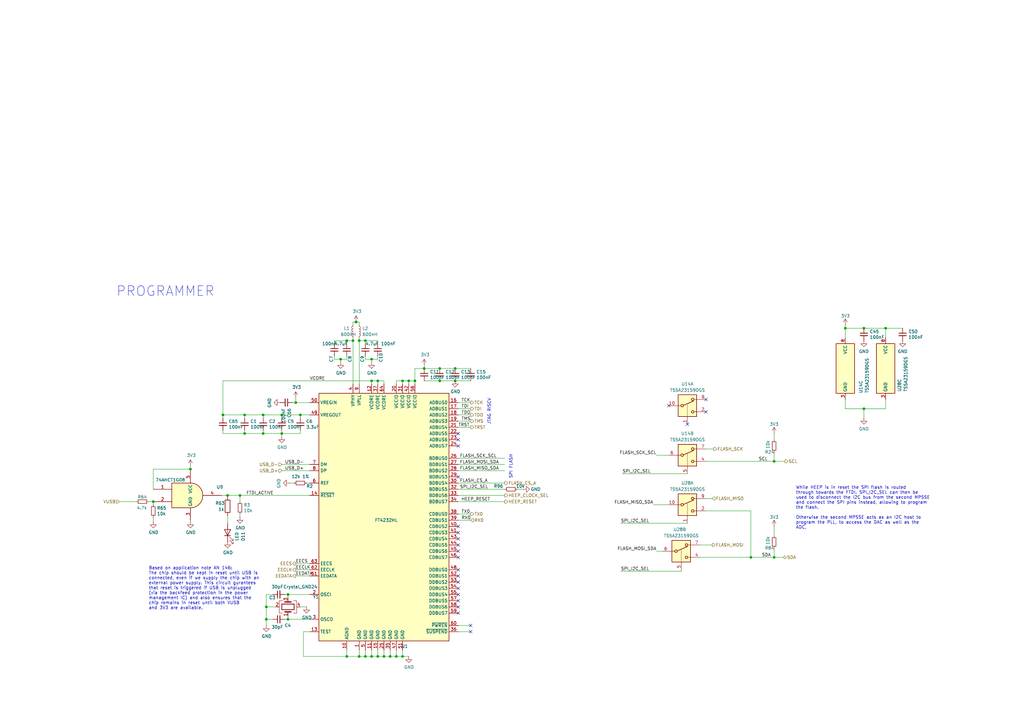
<source format=kicad_sch>
(kicad_sch (version 20250114) (generator "eeschema") (generator_version "9.0")
  (paper "A3")
  (title_block (title "Heepocrates Testing Board (HTB)") (company "Embedded Systems Laboratory") (comment 1 "Jose Miranda & Christoph Müller 2023"))
  (lib_symbols
    (symbol "74xGxx:74AHCT1G08"
      (property "Reference" "U" (at -2.54 3.81 0))
      (property "Value" "74AHCT1G08" (at 0 -3.81 0))
      (symbol "74AHCT1G08_0_1"
        (arc (start 0 5.08) (mid 5.0579 0) (end 0 -5.08) (stroke (width 0.254)) (fill (type background)))
        (polyline (pts (xy 0 -5.08) (xy -7.62 -5.08) (xy -7.62 5.08) (xy 0 5.08)) (stroke (width 0.254)) (fill (type background)))
      )
      (symbol "74AHCT1G08_1_1"
        (pin input line (at -15.24 2.54 0) (length 7.62) (name "~") (number "1"))
        (pin input line (at -15.24 -2.54 0) (length 7.62) (name "~") (number "2"))
        (pin power_in line (at 0 10.16 270) (length 5.08) (name "VCC") (number "5"))
        (pin power_in line (at 0 -10.16 90) (length 5.08) (name "GND") (number "3"))
        (pin output line (at 12.7 0 180) (length 7.62) (name "~") (number "4"))
      )
    )
    (symbol "Analog_Switch:TS5A23159DGS"
      (property "Reference" "U" (at -5.08 8.89 0))
      (property "Value" "TS5A23159DGS" (at -5.08 6.985 0))
      (symbol "TS5A23159DGS_1_1"
        (polyline (pts (xy -5.08 0) (xy -2.794 0)))
        (rectangle (start -3.81 4.445) (end 3.81 -4.445) (stroke (width 0.254)) (fill (type background)))
        (circle (center -2.159 0) (radius 0.508) (stroke (width 0.254)))
        (polyline (pts (xy -1.651 0.127) (xy 2.54 1.905)) (stroke (width 0.254)))
        (polyline (pts (xy 0 0.254) (xy 0 0.508)))
        (polyline (pts (xy 0 -0.254) (xy 0 0)))
        (polyline (pts (xy 0 -0.762) (xy 0 -0.508)))
        (polyline (pts (xy 0 -1.27) (xy 0 -1.016)))
        (polyline (pts (xy 0 -1.778) (xy 0 -1.524)))
        (polyline (pts (xy 0 -2.286) (xy 0 -2.032)))
        (polyline (pts (xy 0 -2.794) (xy 0 -2.54)))
        (polyline (pts (xy 0 -3.302) (xy 0 -3.048)))
        (polyline (pts (xy 0 -3.81) (xy 0 -3.556)))
        (polyline (pts (xy 0 -4.318) (xy 0 -4.064)))
        (polyline (pts (xy 0 -5.08) (xy 0 -4.572)))
        (circle (center 2.159 2.54) (radius 0.508) (stroke (width 0.254)))
        (circle (center 2.159 -2.54) (radius 0.508) (stroke (width 0.254)))
        (polyline (pts (xy 5.08 2.54) (xy 2.794 2.54)))
        (polyline (pts (xy 5.08 -2.54) (xy 2.794 -2.54)))
        (pin passive line (at -7.62 0 0) (length 2.54) (name "~") (number "10"))
        (pin input line (at 0 -7.62 90) (length 2.54) (name "~") (number "1"))
        (pin passive line (at 7.62 2.54 180) (length 2.54) (name "~") (number "9"))
        (pin passive line (at 7.62 -2.54 180) (length 2.54) (name "~") (number "2"))
      )
      (symbol "TS5A23159DGS_2_1"
        (polyline (pts (xy -5.08 0) (xy -2.794 0)))
        (rectangle (start -3.81 4.445) (end 3.81 -4.445) (stroke (width 0.254)) (fill (type background)))
        (circle (center -2.159 0) (radius 0.508) (stroke (width 0.254)))
        (polyline (pts (xy -1.651 0.127) (xy 2.54 1.905)) (stroke (width 0.254)))
        (polyline (pts (xy 0 0.254) (xy 0 0.508)))
        (polyline (pts (xy 0 -0.254) (xy 0 0)))
        (polyline (pts (xy 0 -0.762) (xy 0 -0.508)))
        (polyline (pts (xy 0 -1.27) (xy 0 -1.016)))
        (polyline (pts (xy 0 -1.778) (xy 0 -1.524)))
        (polyline (pts (xy 0 -2.286) (xy 0 -2.032)))
        (polyline (pts (xy 0 -2.794) (xy 0 -2.54)))
        (polyline (pts (xy 0 -3.302) (xy 0 -3.048)))
        (polyline (pts (xy 0 -3.81) (xy 0 -3.556)))
        (polyline (pts (xy 0 -4.318) (xy 0 -4.064)))
        (polyline (pts (xy 0 -5.08) (xy 0 -4.572)))
        (circle (center 2.159 2.54) (radius 0.508) (stroke (width 0.254)))
        (circle (center 2.159 -2.54) (radius 0.508) (stroke (width 0.254)))
        (polyline (pts (xy 5.08 2.54) (xy 2.794 2.54)))
        (polyline (pts (xy 5.08 -2.54) (xy 2.794 -2.54)))
        (pin passive line (at -7.62 0 0) (length 2.54) (name "~") (number "6"))
        (pin input line (at 0 -7.62 90) (length 2.54) (name "~") (number "5"))
        (pin passive line (at 7.62 2.54 180) (length 2.54) (name "~") (number "7"))
        (pin passive line (at 7.62 -2.54 180) (length 2.54) (name "~") (number "4"))
      )
      (symbol "TS5A23159DGS_3_1"
        (rectangle (start -3.81 10.16) (end 3.81 -10.16) (stroke (width 0.254)) (fill (type background)))
        (pin power_in line (at 0 12.7 270) (length 2.54) (name "VCC") (number "8"))
        (pin power_in line (at 0 -12.7 90) (length 2.54) (name "GND") (number "3"))
      )
    )
    (symbol "Device:C_Small" (pin_numbers (hide yes)) (pin_names (offset 0.254) (hide yes))
      (property "Reference" "C" (at 0.254 1.778 0))
      (property "Value" "C_Small" (at 0.254 -2.032 0))
      (symbol "C_Small_0_1"
        (polyline (pts (xy -1.524 0.508) (xy 1.524 0.508)) (stroke (width 0.3048)))
        (polyline (pts (xy -1.524 -0.508) (xy 1.524 -0.508)) (stroke (width 0.3302)))
      )
      (symbol "C_Small_1_1"
        (pin passive line (at 0 2.54 270) (length 2.032) (name "~") (number "1"))
        (pin passive line (at 0 -2.54 90) (length 2.032) (name "~") (number "2"))
      )
    )
    (symbol "Device:Crystal_GND24" (pin_names (offset 1.016) (hide yes))
      (property "Reference" "Y" (at 3.175 5.08 0))
      (property "Value" "Crystal_GND24" (at 3.175 3.175 0))
      (symbol "Crystal_GND24_0_1"
        (polyline (pts (xy -2.54 2.286) (xy -2.54 3.556) (xy 2.54 3.556) (xy 2.54 2.286)))
        (polyline (pts (xy -2.54 0) (xy -2.032 0)))
        (polyline (pts (xy -2.54 -2.286) (xy -2.54 -3.556) (xy 2.54 -3.556) (xy 2.54 -2.286)))
        (polyline (pts (xy -2.032 -1.27) (xy -2.032 1.27)) (stroke (width 0.508)))
        (rectangle (start -1.143 2.54) (end 1.143 -2.54) (stroke (width 0.3048)))
        (polyline (pts (xy 0 3.556) (xy 0 3.81)))
        (polyline (pts (xy 0 -3.81) (xy 0 -3.556)))
        (polyline (pts (xy 2.032 0) (xy 2.54 0)))
        (polyline (pts (xy 2.032 -1.27) (xy 2.032 1.27)) (stroke (width 0.508)))
      )
      (symbol "Crystal_GND24_1_1"
        (pin passive line (at -3.81 0 0) (length 1.27) (name "1") (number "1"))
        (pin passive line (at 0 5.08 270) (length 1.27) (name "2") (number "2"))
        (pin passive line (at 0 -5.08 90) (length 1.27) (name "4") (number "4"))
        (pin passive line (at 3.81 0 180) (length 1.27) (name "3") (number "3"))
      )
    )
    (symbol "Device:LED" (pin_numbers (hide yes)) (pin_names (offset 1.016) (hide yes))
      (property "Reference" "D" (at 0 2.54 0))
      (property "Value" "LED" (at 0 -2.54 0))
      (symbol "LED_0_1"
        (polyline (pts (xy -3.048 -0.762) (xy -4.572 -2.286) (xy -3.81 -2.286) (xy -4.572 -2.286) (xy -4.572 -1.524)))
        (polyline (pts (xy -1.778 -0.762) (xy -3.302 -2.286) (xy -2.54 -2.286) (xy -3.302 -2.286) (xy -3.302 -1.524)))
        (polyline (pts (xy -1.27 0) (xy 1.27 0)))
        (polyline (pts (xy -1.27 -1.27) (xy -1.27 1.27)) (stroke (width 0.254)))
        (polyline (pts (xy 1.27 -1.27) (xy 1.27 1.27) (xy -1.27 0) (xy 1.27 -1.27)) (stroke (width 0.254)))
      )
      (symbol "LED_1_1"
        (pin passive line (at -3.81 0 0) (length 2.54) (name "K") (number "1"))
        (pin passive line (at 3.81 0 180) (length 2.54) (name "A") (number "2"))
      )
    )
    (symbol "Device:L_Small" (pin_numbers (hide yes)) (pin_names (offset 0.254) (hide yes))
      (property "Reference" "L" (at 0.762 1.016 0))
      (property "Value" "L_Small" (at 0.762 -1.016 0))
      (symbol "L_Small_0_1"
        (arc (start 0 2.032) (mid 0.5058 1.524) (end 0 1.016))
        (arc (start 0 1.016) (mid 0.5058 0.508) (end 0 0))
        (arc (start 0 0) (mid 0.5058 -0.508) (end 0 -1.016))
        (arc (start 0 -1.016) (mid 0.5058 -1.524) (end 0 -2.032))
      )
      (symbol "L_Small_1_1"
        (pin passive line (at 0 2.54 270) (length 0.508) (name "~") (number "1"))
        (pin passive line (at 0 -2.54 90) (length 0.508) (name "~") (number "2"))
      )
    )
    (symbol "Device:R" (pin_numbers (hide yes)) (pin_names (offset 0))
      (property "Reference" "R" (at 2.032 0 90))
      (property "Value" "R" (at 0 0 90))
      (symbol "R_0_1"
        (rectangle (start -1.016 -2.54) (end 1.016 2.54) (stroke (width 0.254)))
      )
      (symbol "R_1_1"
        (pin passive line (at 0 3.81 270) (length 1.27) (name "~") (number "1"))
        (pin passive line (at 0 -3.81 90) (length 1.27) (name "~") (number "2"))
      )
    )
    (symbol "Device:R_Small" (pin_numbers (hide yes)) (pin_names (offset 0.254) (hide yes))
      (property "Reference" "R" (at 0.762 0.508 0))
      (property "Value" "R_Small" (at 0.762 -1.016 0))
      (symbol "R_Small_0_1"
        (rectangle (start -0.762 1.778) (end 0.762 -1.778) (stroke (width 0.2032)))
      )
      (symbol "R_Small_1_1"
        (pin passive line (at 0 2.54 270) (length 0.762) (name "~") (number "1"))
        (pin passive line (at 0 -2.54 90) (length 0.762) (name "~") (number "2"))
      )
    )
    (symbol "HTB-lib:FT4232H"
      (property "Reference" "U" (at -26.67 53.34 0))
      (property "Value" "FT4232H" (at 19.05 53.34 0))
      (symbol "FT4232H_0_1"
        (rectangle (start -26.67 -49.53) (end 26.67 52.07) (stroke (width 0.254)) (fill (type background)))
      )
      (symbol "FT4232H_1_1"
        (pin power_in line (at -30.48 48.26 0) (length 3.81) (name "VREGIN") (number "50"))
        (pin power_out line (at -30.48 43.18 0) (length 3.81) (name "VREGOUT") (number "49"))
        (pin bidirectional line (at -30.48 22.86 0) (length 3.81) (name "DM") (number "7"))
        (pin bidirectional line (at -30.48 20.32 0) (length 3.81) (name "DP") (number "8"))
        (pin input line (at -30.48 15.24 0) (length 3.81) (name "REF") (number "6"))
        (pin input line (at -30.48 10.16 0) (length 3.81) (name "~{RESET}") (number "14"))
        (pin output line (at -30.48 -17.78 0) (length 3.81) (name "EECS") (number "63"))
        (pin output line (at -30.48 -20.32 0) (length 3.81) (name "EECLK") (number "62"))
        (pin bidirectional line (at -30.48 -22.86 0) (length 3.81) (name "EEDATA") (number "61"))
        (pin input line (at -30.48 -30.48 0) (length 3.81) (name "OSCI") (number "2"))
        (pin output line (at -30.48 -40.64 0) (length 3.81) (name "OSCO") (number "3"))
        (pin input line (at -30.48 -45.72 0) (length 3.81) (name "TEST") (number "13"))
        (pin power_in line (at -15.24 -53.34 90) (length 3.81) (name "AGND") (number "10"))
        (pin power_in line (at -12.7 55.88 270) (length 3.81) (name "VPHY") (number "4"))
        (pin power_in line (at -10.16 55.88 270) (length 3.81) (name "VPLL") (number "9"))
        (pin power_in line (at -10.16 -53.34 90) (length 3.81) (name "GND") (number "1"))
        (pin power_in line (at -7.62 -53.34 90) (length 3.81) (name "GND") (number "5"))
        (pin power_in line (at -5.08 55.88 270) (length 3.81) (name "VCORE") (number "12"))
        (pin power_in line (at -5.08 -53.34 90) (length 3.81) (name "GND") (number "11"))
        (pin power_in line (at -2.54 55.88 270) (length 3.81) (name "VCORE") (number "37"))
        (pin power_in line (at -2.54 -53.34 90) (length 3.81) (name "GND") (number "15"))
        (pin power_in line (at 0 55.88 270) (length 3.81) (name "VCORE") (number "64"))
        (pin power_in line (at 0 -53.34 90) (length 3.81) (name "GND") (number "25"))
        (pin power_in line (at 2.54 -53.34 90) (length 3.81) (name "GND") (number "35"))
        (pin power_in line (at 5.08 55.88 270) (length 3.81) (name "VCCIO") (number "20"))
        (pin power_in line (at 5.08 -53.34 90) (length 3.81) (name "GND") (number "47"))
        (pin power_in line (at 7.62 55.88 270) (length 3.81) (name "VCCIO") (number "31"))
        (pin power_in line (at 7.62 -53.34 90) (length 3.81) (name "GND") (number "51"))
        (pin power_in line (at 10.16 55.88 270) (length 3.81) (name "VCCIO") (number "42"))
        (pin power_in line (at 12.7 55.88 270) (length 3.81) (name "VCCIO") (number "56"))
        (pin bidirectional line (at 30.48 48.26 180) (length 3.81) (name "ADBUS0") (number "16"))
        (pin bidirectional line (at 30.48 45.72 180) (length 3.81) (name "ADBUS1") (number "17"))
        (pin bidirectional line (at 30.48 43.18 180) (length 3.81) (name "ADBUS2") (number "18"))
        (pin bidirectional line (at 30.48 40.64 180) (length 3.81) (name "ADBUS3") (number "19"))
        (pin bidirectional line (at 30.48 38.1 180) (length 3.81) (name "ADBUS4") (number "21"))
        (pin bidirectional line (at 30.48 35.56 180) (length 3.81) (name "ADBUS5") (number "22"))
        (pin bidirectional line (at 30.48 33.02 180) (length 3.81) (name "ADBUS6") (number "23"))
        (pin bidirectional line (at 30.48 30.48 180) (length 3.81) (name "ADBUS7") (number "24"))
        (pin bidirectional line (at 30.48 25.4 180) (length 3.81) (name "BDBUS0") (number "26"))
        (pin bidirectional line (at 30.48 22.86 180) (length 3.81) (name "BDBUS1") (number "27"))
        (pin bidirectional line (at 30.48 20.32 180) (length 3.81) (name "BDBUS2") (number "28"))
        (pin bidirectional line (at 30.48 17.78 180) (length 3.81) (name "BDBUS3") (number "29"))
        (pin bidirectional line (at 30.48 15.24 180) (length 3.81) (name "BDBUS4") (number "30"))
        (pin bidirectional line (at 30.48 12.7 180) (length 3.81) (name "BDBUS5") (number "32"))
        (pin bidirectional line (at 30.48 10.16 180) (length 3.81) (name "BDBUS6") (number "33"))
        (pin bidirectional line (at 30.48 7.62 180) (length 3.81) (name "BDBUS7") (number "34"))
        (pin bidirectional line (at 30.48 2.54 180) (length 3.81) (name "CDBUS0") (number "38"))
        (pin bidirectional line (at 30.48 0 180) (length 3.81) (name "CDBUS1") (number "39"))
        (pin bidirectional line (at 30.48 -2.54 180) (length 3.81) (name "CDBUS2") (number "40"))
        (pin bidirectional line (at 30.48 -5.08 180) (length 3.81) (name "CDBUS3") (number "41"))
        (pin bidirectional line (at 30.48 -7.62 180) (length 3.81) (name "CDBUS4") (number "43"))
        (pin bidirectional line (at 30.48 -10.16 180) (length 3.81) (name "CDBUS5") (number "44"))
        (pin bidirectional line (at 30.48 -12.7 180) (length 3.81) (name "CDBUS6") (number "45"))
        (pin bidirectional line (at 30.48 -15.24 180) (length 3.81) (name "CDBUS7") (number "46"))
        (pin bidirectional line (at 30.48 -20.32 180) (length 3.81) (name "DDBUS0") (number "48"))
        (pin bidirectional line (at 30.48 -22.86 180) (length 3.81) (name "DDBUS1") (number "52"))
        (pin bidirectional line (at 30.48 -25.4 180) (length 3.81) (name "DDBUS2") (number "53"))
        (pin bidirectional line (at 30.48 -27.94 180) (length 3.81) (name "DDBUS3") (number "54"))
        (pin bidirectional line (at 30.48 -30.48 180) (length 3.81) (name "DDBUS4") (number "55"))
        (pin bidirectional line (at 30.48 -33.02 180) (length 3.81) (name "DDBUS5") (number "57"))
        (pin bidirectional line (at 30.48 -35.56 180) (length 3.81) (name "DDBUS6") (number "58"))
        (pin bidirectional line (at 30.48 -38.1 180) (length 3.81) (name "DDBUS7") (number "59"))
        (pin output line (at 30.48 -43.18 180) (length 3.81) (name "~{PWREN}") (number "60"))
        (pin output line (at 30.48 -45.72 180) (length 3.81) (name "~{SUSPEND}") (number "36"))
      )
    )
    (symbol "power:+3.3V" (power) (pin_numbers (hide yes)) (pin_names (offset 0) (hide yes))
      (property "Value" "+3.3V" (at 0 3.556 0))
      (symbol "+3.3V_0_1"
        (polyline (pts (xy -0.762 1.27) (xy 0 2.54)))
        (polyline (pts (xy 0 2.54) (xy 0.762 1.27)))
        (polyline (pts (xy 0 0) (xy 0 2.54)))
      )
      (symbol "+3.3V_1_1"
        (pin power_in line (at 0 0 90) (length 0) (name "~") (number "1"))
      )
    )
    (symbol "power:GND" (power) (pin_numbers (hide yes)) (pin_names (offset 0) (hide yes))
      (property "Value" "GND" (at 0 -3.81 0))
      (symbol "GND_0_1"
        (polyline (pts (xy 0 0) (xy 0 -1.27) (xy 1.27 -1.27) (xy 0 -2.54) (xy -1.27 -1.27) (xy 0 -1.27)))
      )
      (symbol "GND_1_1"
        (pin power_in line (at 0 0 270) (length 0) (name "~") (number "1"))
      )
    )
  )
  (text "PROGRAMMER" (at 47.625 121.92 0) (effects (font (size 3.9878 3.9878)) (justify left bottom)))
  (text "JTAG RISCV" (at 201.422 174.244 90) (effects (font (size 1.27 1.27)) (justify left bottom)))
  (text "Based on application note AN 146:\nThe chip should be kept in reset until USB is \nconnected, even if we supply the chip with an \nexternal power supply. This circuit gurantees \nthat reset is triggered if USB is unplugged\n(via the backfeed protection in the power \nmanagement IC) and also ensures that the \nchip remains in reset until both VUSB \nand 3V3 are available." (at 60.96 250.19 0) (effects (font (size 1.27 1.27)) (justify left bottom)))
  (text "While HEEP is in reset the SPI flash is routed\nthrough towards the FTDI. SPI_I2C_SEL can then be \nused to disconnect the I2C bus from the second MPSSE\nand connect the SPI pins instead, allowing to program \nthe flash.\n\nOtherwise the second MPSSE acts as an I2C host to \nprogram the PLL, to access the DAC as well as the \nADC." (at 326.39 217.17 0) (effects (font (size 1.27 1.27)) (justify left bottom)))
  (text "SPI FLASH" (at 210.312 196.342 90) (effects (font (size 1.27 1.27)) (justify left bottom)))
  (junction (at 91.44 170.18))
  (junction (at 121.285 165.1))
  (junction (at 167.64 156.21))
  (junction (at 152.4 156.21))
  (junction (at 142.24 269.24))
  (junction (at 149.86 139.7))
  (junction (at 115.57 170.18))
  (junction (at 100.33 177.8))
  (junction (at 118.11 254))
  (junction (at 160.02 269.24))
  (junction (at 109.22 254))
  (junction (at 146.05 132.08))
  (junction (at 165.1 269.24))
  (junction (at 107.95 177.8))
  (junction (at 93.345 203.2))
  (junction (at 157.48 269.24))
  (junction (at 317.5 189.23))
  (junction (at 354.33 167.64))
  (junction (at 307.975 228.6))
  (junction (at 152.4 147.32))
  (junction (at 152.4 269.24))
  (junction (at 165.1 156.21))
  (junction (at 149.86 269.24))
  (junction (at 173.99 151.13))
  (junction (at 100.33 170.18))
  (junction (at 170.18 156.21))
  (junction (at 147.32 269.24))
  (junction (at 317.5 228.6))
  (junction (at 139.7 147.32))
  (junction (at 147.32 139.7))
  (junction (at 109.22 248.92))
  (junction (at 98.425 203.2))
  (junction (at 62.865 205.74))
  (junction (at 142.24 139.7))
  (junction (at 115.57 177.8))
  (junction (at 162.56 269.24))
  (junction (at 354.33 134.62))
  (junction (at 118.11 243.84))
  (junction (at 154.94 269.24))
  (junction (at 180.34 156.21))
  (junction (at 154.94 156.21))
  (junction (at 123.19 170.18))
  (junction (at 144.78 139.7))
  (junction (at 186.69 156.21))
  (junction (at 186.69 151.13))
  (junction (at 78.105 192.405))
  (junction (at 107.95 170.18))
  (junction (at 180.34 151.13))
  (junction (at 363.22 134.62))
  (junction (at 346.71 134.62))
  (no_connect (at 187.96 241.3))
  (no_connect (at 289.56 168.91))
  (no_connect (at 187.96 182.88))
  (no_connect (at 193.04 256.54))
  (no_connect (at 187.96 238.76))
  (no_connect (at 289.56 163.83))
  (no_connect (at 187.96 233.68))
  (no_connect (at 187.96 195.58))
  (no_connect (at 187.96 223.52))
  (no_connect (at 187.96 236.22))
  (no_connect (at 187.96 218.44))
  (no_connect (at 274.32 166.37))
  (no_connect (at 187.96 248.92))
  (no_connect (at 187.96 251.46))
  (no_connect (at 187.96 246.38))
  (no_connect (at 187.96 220.98))
  (no_connect (at 187.96 226.06))
  (no_connect (at 187.96 215.9))
  (no_connect (at 281.94 173.99))
  (no_connect (at 187.96 243.84))
  (no_connect (at 187.96 180.34))
  (no_connect (at 193.04 259.08))
  (no_connect (at 187.96 177.8))
  (no_connect (at 187.96 228.6))
  (wire (pts (xy 354.33 134.62) (xy 363.22 134.62)))
  (wire (pts (xy 120.015 165.1) (xy 121.285 165.1)))
  (wire (pts (xy 162.56 157.48) (xy 162.56 156.21)))
  (wire (pts (xy 147.32 132.08) (xy 147.32 133.35)))
  (wire (pts (xy 287.02 223.52) (xy 292.1 223.52)))
  (wire (pts (xy 100.33 177.8) (xy 91.44 177.8)))
  (wire (pts (xy 107.95 170.18) (xy 100.33 170.18)))
  (wire (pts (xy 142.24 269.24) (xy 147.32 269.24)))
  (wire (pts (xy 152.4 147.32) (xy 152.4 148.59)))
  (wire (pts (xy 147.32 139.7) (xy 147.32 157.48)))
  (wire (pts (xy 62.865 213.995) (xy 62.865 212.09)))
  (wire (pts (xy 109.22 248.92) (xy 109.22 254)))
  (wire (pts (xy 289.56 189.23) (xy 317.5 189.23)))
  (wire (pts (xy 354.33 167.64) (xy 354.33 171.45)))
  (wire (pts (xy 160.02 266.7) (xy 160.02 269.24)))
  (wire (pts (xy 123.19 248.92) (xy 125.73 248.92)))
  (wire (pts (xy 149.86 139.7) (xy 149.86 140.97)))
  (wire (pts (xy 109.22 248.92) (xy 113.03 248.92)))
  (wire (pts (xy 139.7 147.32) (xy 139.7 148.59)))
  (wire (pts (xy 193.04 172.72) (xy 187.96 172.72)))
  (wire (pts (xy 154.94 269.24) (xy 157.48 269.24)))
  (wire (pts (xy 127 170.18) (xy 123.19 170.18)))
  (wire (pts (xy 127 198.12) (xy 125.73 198.12)))
  (wire (pts (xy 147.32 269.24) (xy 149.86 269.24)))
  (wire (pts (xy 123.19 170.18) (xy 115.57 170.18)))
  (wire (pts (xy 173.99 156.21) (xy 180.34 156.21)))
  (wire (pts (xy 142.24 139.7) (xy 137.16 139.7)))
  (wire (pts (xy 187.96 203.2) (xy 207.01 203.2)))
  (wire (pts (xy 157.48 266.7) (xy 157.48 269.24)))
  (wire (pts (xy 187.96 190.5) (xy 207.01 190.5)))
  (wire (pts (xy 307.975 209.55) (xy 307.975 228.6)))
  (wire (pts (xy 144.78 132.08) (xy 144.78 133.35)))
  (wire (pts (xy 147.32 132.08) (xy 146.05 132.08)))
  (wire (pts (xy 187.96 187.96) (xy 207.01 187.96)))
  (wire (pts (xy 142.24 147.32) (xy 139.7 147.32)))
  (wire (pts (xy 98.425 212.09) (xy 98.425 210.82)))
  (wire (pts (xy 142.24 266.7) (xy 142.24 269.24)))
  (wire (pts (xy 267.97 207.01) (xy 274.32 207.01)))
  (wire (pts (xy 90.805 203.2) (xy 93.345 203.2)))
  (wire (pts (xy 165.1 269.24) (xy 167.64 269.24)))
  (wire (pts (xy 142.24 146.05) (xy 142.24 147.32)))
  (wire (pts (xy 317.5 215.9) (xy 317.5 219.71)))
  (wire (pts (xy 167.64 156.21) (xy 170.18 156.21)))
  (wire (pts (xy 269.24 186.69) (xy 274.32 186.69)))
  (wire (pts (xy 279.4 234.315) (xy 254.635 234.315)))
  (wire (pts (xy 123.19 177.8) (xy 115.57 177.8)))
  (wire (pts (xy 193.04 256.54) (xy 187.96 256.54)))
  (wire (pts (xy 78.105 191.135) (xy 78.105 192.405)))
  (wire (pts (xy 162.56 266.7) (xy 162.56 269.24)))
  (wire (pts (xy 180.34 156.21) (xy 186.69 156.21)))
  (wire (pts (xy 118.11 252.73) (xy 118.11 254)))
  (wire (pts (xy 346.71 167.64) (xy 354.33 167.64)))
  (wire (pts (xy 93.345 211.455) (xy 93.345 214.63)))
  (wire (pts (xy 193.04 167.64) (xy 187.96 167.64)))
  (wire (pts (xy 255.27 194.31) (xy 281.94 194.31)))
  (wire (pts (xy 98.425 203.2) (xy 98.425 205.74)))
  (wire (pts (xy 124.46 259.08) (xy 124.46 269.24)))
  (wire (pts (xy 60.96 205.74) (xy 62.865 205.74)))
  (wire (pts (xy 152.4 147.32) (xy 154.94 147.32)))
  (wire (pts (xy 144.78 139.7) (xy 142.24 139.7)))
  (wire (pts (xy 173.99 151.13) (xy 180.34 151.13)))
  (wire (pts (xy 118.11 254) (xy 127 254)))
  (wire (pts (xy 100.33 176.53) (xy 100.33 177.8)))
  (wire (pts (xy 109.22 243.84) (xy 111.76 243.84)))
  (wire (pts (xy 115.57 177.8) (xy 115.57 179.07)))
  (wire (pts (xy 170.18 156.21) (xy 170.18 157.48)))
  (wire (pts (xy 363.22 134.62) (xy 370.205 134.62)))
  (wire (pts (xy 147.32 139.7) (xy 149.86 139.7)))
  (wire (pts (xy 287.02 228.6) (xy 307.975 228.6)))
  (wire (pts (xy 214.63 200.66) (xy 212.09 200.66)))
  (wire (pts (xy 121.285 231.14) (xy 127 231.14)))
  (wire (pts (xy 162.56 269.24) (xy 165.1 269.24)))
  (wire (pts (xy 346.71 133.35) (xy 346.71 134.62)))
  (wire (pts (xy 123.19 176.53) (xy 123.19 177.8)))
  (wire (pts (xy 62.865 205.74) (xy 62.865 207.01)))
  (wire (pts (xy 116.84 254) (xy 118.11 254)))
  (wire (pts (xy 363.22 167.64) (xy 363.22 163.83)))
  (wire (pts (xy 121.285 163.195) (xy 121.285 165.1)))
  (wire (pts (xy 149.86 147.32) (xy 152.4 147.32)))
  (wire (pts (xy 123.19 171.45) (xy 123.19 170.18)))
  (wire (pts (xy 120.65 198.12) (xy 118.745 198.12)))
  (wire (pts (xy 118.11 243.84) (xy 118.11 245.11)))
  (wire (pts (xy 157.48 269.24) (xy 160.02 269.24)))
  (wire (pts (xy 170.18 151.13) (xy 170.18 156.21)))
  (wire (pts (xy 187.96 165.1) (xy 193.04 165.1)))
  (wire (pts (xy 317.5 228.6) (xy 321.31 228.6)))
  (wire (pts (xy 147.32 138.43) (xy 147.32 139.7)))
  (wire (pts (xy 115.57 193.04) (xy 127 193.04)))
  (wire (pts (xy 115.57 190.5) (xy 127 190.5)))
  (wire (pts (xy 162.56 156.21) (xy 165.1 156.21)))
  (wire (pts (xy 157.48 156.21) (xy 154.94 156.21)))
  (wire (pts (xy 107.95 177.8) (xy 107.95 176.53)))
  (wire (pts (xy 157.48 157.48) (xy 157.48 156.21)))
  (wire (pts (xy 346.71 134.62) (xy 346.71 138.43)))
  (wire (pts (xy 100.33 177.8) (xy 107.95 177.8)))
  (wire (pts (xy 152.4 157.48) (xy 152.4 156.21)))
  (wire (pts (xy 187.96 175.26) (xy 193.04 175.26)))
  (wire (pts (xy 173.99 151.13) (xy 170.18 151.13)))
  (wire (pts (xy 154.94 156.21) (xy 152.4 156.21)))
  (wire (pts (xy 115.57 176.53) (xy 115.57 177.8)))
  (wire (pts (xy 142.24 139.7) (xy 142.24 140.97)))
  (wire (pts (xy 346.71 167.64) (xy 346.71 163.83)))
  (wire (pts (xy 127 259.08) (xy 124.46 259.08)))
  (wire (pts (xy 109.22 243.84) (xy 109.22 248.92)))
  (wire (pts (xy 62.865 200.66) (xy 62.865 192.405)))
  (wire (pts (xy 187.96 193.04) (xy 207.01 193.04)))
  (wire (pts (xy 137.16 139.7) (xy 137.16 140.97)))
  (wire (pts (xy 187.96 213.36) (xy 193.04 213.36)))
  (wire (pts (xy 354.33 167.64) (xy 363.22 167.64)))
  (wire (pts (xy 109.22 254) (xy 109.22 256.54)))
  (wire (pts (xy 149.86 266.7) (xy 149.86 269.24)))
  (wire (pts (xy 317.5 185.42) (xy 317.5 189.23)))
  (wire (pts (xy 307.975 228.6) (xy 317.5 228.6)))
  (wire (pts (xy 317.5 177.8) (xy 317.5 180.34)))
  (wire (pts (xy 91.44 170.18) (xy 91.44 156.21)))
  (wire (pts (xy 107.95 170.18) (xy 107.95 171.45)))
  (wire (pts (xy 93.345 203.2) (xy 98.425 203.2)))
  (wire (pts (xy 167.64 157.48) (xy 167.64 156.21)))
  (wire (pts (xy 346.71 134.62) (xy 354.33 134.62)))
  (wire (pts (xy 279.4 233.68) (xy 279.4 234.315)))
  (wire (pts (xy 146.05 132.08) (xy 144.78 132.08)))
  (wire (pts (xy 187.96 198.12) (xy 207.01 198.12)))
  (wire (pts (xy 100.33 170.18) (xy 91.44 170.18)))
  (wire (pts (xy 187.96 205.74) (xy 207.01 205.74)))
  (wire (pts (xy 127 233.68) (xy 121.285 233.68)))
  (wire (pts (xy 124.46 269.24) (xy 142.24 269.24)))
  (wire (pts (xy 98.425 203.2) (xy 127 203.2)))
  (wire (pts (xy 144.78 139.7) (xy 144.78 157.48)))
  (wire (pts (xy 115.57 170.18) (xy 115.57 171.45)))
  (wire (pts (xy 149.86 269.24) (xy 152.4 269.24)))
  (wire (pts (xy 154.94 157.48) (xy 154.94 156.21)))
  (wire (pts (xy 91.44 170.18) (xy 91.44 171.45)))
  (wire (pts (xy 363.22 134.62) (xy 363.22 138.43)))
  (wire (pts (xy 289.56 209.55) (xy 307.975 209.55)))
  (wire (pts (xy 187.96 170.18) (xy 193.04 170.18)))
  (wire (pts (xy 269.24 226.06) (xy 271.78 226.06)))
  (wire (pts (xy 292.1 204.47) (xy 289.56 204.47)))
  (wire (pts (xy 254.635 214.63) (xy 281.94 214.63)))
  (wire (pts (xy 78.105 192.405) (xy 78.105 193.04)))
  (wire (pts (xy 147.32 266.7) (xy 147.32 269.24)))
  (wire (pts (xy 91.44 177.8) (xy 91.44 176.53)))
  (wire (pts (xy 149.86 146.05) (xy 149.86 147.32)))
  (wire (pts (xy 121.285 165.1) (xy 127 165.1)))
  (wire (pts (xy 116.84 243.84) (xy 118.11 243.84)))
  (wire (pts (xy 187.96 200.66) (xy 207.01 200.66)))
  (wire (pts (xy 115.57 177.8) (xy 107.95 177.8)))
  (wire (pts (xy 137.16 147.32) (xy 137.16 146.05)))
  (wire (pts (xy 173.99 149.86) (xy 173.99 151.13)))
  (wire (pts (xy 165.1 157.48) (xy 165.1 156.21)))
  (wire (pts (xy 144.78 139.7) (xy 144.78 138.43)))
  (wire (pts (xy 139.7 147.32) (xy 137.16 147.32)))
  (wire (pts (xy 317.5 224.79) (xy 317.5 228.6)))
  (wire (pts (xy 100.33 170.18) (xy 100.33 171.45)))
  (wire (pts (xy 93.345 203.835) (xy 93.345 203.2)))
  (wire (pts (xy 149.86 139.7) (xy 154.94 139.7)))
  (wire (pts (xy 187.96 210.82) (xy 193.04 210.82)))
  (wire (pts (xy 48.895 205.74) (xy 55.88 205.74)))
  (wire (pts (xy 62.865 192.405) (xy 78.105 192.405)))
  (wire (pts (xy 152.4 266.7) (xy 152.4 269.24)))
  (wire (pts (xy 292.735 184.15) (xy 289.56 184.15)))
  (wire (pts (xy 180.34 151.13) (xy 186.69 151.13)))
  (wire (pts (xy 186.69 151.13) (xy 193.04 151.13)))
  (wire (pts (xy 152.4 269.24) (xy 154.94 269.24)))
  (wire (pts (xy 165.1 156.21) (xy 167.64 156.21)))
  (wire (pts (xy 115.57 170.18) (xy 107.95 170.18)))
  (wire (pts (xy 154.94 139.7) (xy 154.94 140.97)))
  (wire (pts (xy 165.1 266.7) (xy 165.1 269.24)))
  (wire (pts (xy 121.285 236.22) (xy 127 236.22)))
  (wire (pts (xy 78.105 213.36) (xy 78.105 213.995)))
  (wire (pts (xy 154.94 146.05) (xy 154.94 147.32)))
  (wire (pts (xy 118.11 243.84) (xy 127 243.84)))
  (wire (pts (xy 317.5 189.23) (xy 321.945 189.23)))
  (wire (pts (xy 187.96 259.08) (xy 193.04 259.08)))
  (wire (pts (xy 111.76 254) (xy 109.22 254)))
  (wire (pts (xy 186.69 156.21) (xy 193.04 156.21)))
  (wire (pts (xy 154.94 266.7) (xy 154.94 269.24)))
  (wire (pts (xy 152.4 156.21) (xy 91.44 156.21)))
  (wire (pts (xy 160.02 269.24) (xy 162.56 269.24)))
  (label "USB_D-" (at 116.84 190.5 0))
  (label "SDA" (at 312.42 228.6 0))
  (label "TX0" (at 189.23 210.82 0))
  (label "FLASH_MOSI_SDA" (at 188.595 190.5 0))
  (label "TDI" (at 189.23 167.64 0))
  (label "FLASH_MOSI_SDA" (at 269.24 226.06 180))
  (label "TDO" (at 189.23 170.18 0))
  (label "USB_D+" (at 116.84 193.04 0))
  (label "SPI_I2C_SEL" (at 188.595 200.66 0))
  (label "TMS" (at 189.23 172.72 0))
  (label "SCL" (at 311.15 189.23 0))
  (label "RX0" (at 189.23 213.36 0))
  (label "FLASH_SCK_SCL" (at 269.24 186.69 180))
  (label "EEDATA" (at 121.285 236.22 0))
  (label "FLASH_CS_A" (at 188.595 198.12 0))
  (label "TRST" (at 187.96 175.26 0))
  (label "FLASH_MISO_SDA" (at 267.97 207.01 180))
  (label "HEEP_RESET" (at 189.23 205.74 0))
  (label "SPI_I2C_SEL" (at 254.635 214.63 0))
  (label "VCORE" (at 127 156.21 0))
  (label "EECS" (at 121.285 231.14 0))
  (label "FLASH_SCK_SCL" (at 188.595 187.96 0))
  (label "TCK" (at 189.23 165.1 0))
  (label "FTDI_ACTIVE" (at 100.965 203.2 0))
  (label "SPI_I2C_SEL" (at 255.27 194.31 0))
  (label "EECLK" (at 121.285 233.68 0))
  (label "FLASH_MISO_SDA" (at 188.595 193.04 0))
  (label "SPI_I2C_SEL" (at 254.635 234.315 0))
  (hierarchical_label "EECLK" (shape output) (at 121.285 233.68 180))
  (hierarchical_label "SCL" (shape output) (at 321.945 189.23 0))
  (hierarchical_label "TCK" (shape output) (at 193.04 165.1 0))
  (hierarchical_label "TDI" (shape output) (at 193.04 167.64 0))
  (hierarchical_label "TX0" (shape output) (at 193.04 210.82 0))
  (hierarchical_label "HEEP_RESET" (shape output) (at 207.01 205.74 0))
  (hierarchical_label "FLASH_MOSI" (shape output) (at 292.1 223.52 0))
  (hierarchical_label "FLASH_CS_A" (shape output) (at 207.01 198.12 0))
  (hierarchical_label "FLASH_MISO" (shape input) (at 292.1 204.47 0))
  (hierarchical_label "SDA" (shape bidirectional) (at 321.31 228.6 0))
  (hierarchical_label "RX0" (shape input) (at 193.04 213.36 0))
  (hierarchical_label "HEEP_CLOCK_SEL" (shape output) (at 207.01 203.2 0))
  (hierarchical_label "TRST" (shape output) (at 193.04 175.26 0))
  (hierarchical_label "TDO" (shape output) (at 193.04 170.18 0))
  (hierarchical_label "TMS" (shape output) (at 193.04 172.72 0))
  (hierarchical_label "EECS" (shape output) (at 121.285 231.14 180))
  (hierarchical_label "VUSB" (shape input) (at 48.895 205.74 180))
  (hierarchical_label "USB_D+" (shape input) (at 115.57 193.04 180))
  (hierarchical_label "FLASH_SCK" (shape output) (at 292.735 184.15 0))
  (hierarchical_label "EEDATA" (shape output) (at 121.285 236.22 180))
  (hierarchical_label "USB_D-" (shape input) (at 115.57 190.5 180))
  (symbol (lib_id "Device:R_Small") (at 317.5 222.25 0) (unit 1)
    (property "Reference" "R84" (at 313.69 224.79 0) (effects (justify left)))
    (property "Value" "10k" (at 314.96 223.52 90) (effects (justify left)))
    (property "Footprint" "Resistor_SMD:R_0603_1608Metric" (effects (hide yes)))
    (property "Description" "Resistor, small symbol" (effects (hide yes)))
    (property "Digikey Part Number" "P10KGCT-ND" (effects (hide yes)))
    (property "Mouser Part Number" "667-ERJ-3GEYJ103V" (effects (hide yes)))
    (property "LCSC" "C98220" (effects (hide yes)))
  )
  (symbol (lib_id "Analog_Switch:TS5A23159DGS") (at 281.94 186.69 0) (unit 2)
    (property "Reference" "U14" (at 281.94 177.8 0))
    (property "Value" "TS5A23159DGS" (at 281.94 180.34 0))
    (property "Footprint" "Package_SO:VSSOP-10_3x3mm_P0.5mm" (effects (hide yes)))
    (property "Datasheet" "http://www.ti.com/lit/ds/symlink/ts5a23159.pdf" (effects (hide yes)))
    (property "Description" "Dual SPDT 1ohm Bidirectional Analog Switch with Off protection, VSSOP-10" (effects (hide yes)))
    (property "LCSC" "C42751" (effects (hide yes)))
  )
  (symbol (lib_id "power:+3.3V") (at 121.285 163.195 0) (unit 1)
    (property "Reference" "#PWR97" (effects (hide yes)))
    (property "Value" "3V3" (at 121.666 158.8008 0))
    (property "Description" "Power symbol creates a global label with name \"+3.3V\"" (effects (hide yes)))
  )
  (symbol (lib_id "power:GND") (at 186.69 156.21 0) (unit 1)
    (property "Reference" "#PWR104" (effects (hide yes)))
    (property "Value" "GND" (at 186.817 160.6042 0))
    (property "Description" "Power symbol creates a global label with name \"GND\" , ground" (effects (hide yes)))
  )
  (symbol (lib_id "Device:C_Small") (at 354.33 137.16 0) (unit 1)
    (property "Reference" "C45" (at 356.6668 135.9916 0) (effects (justify left)))
    (property "Value" "100nF" (at 356.6668 138.303 0) (effects (justify left)))
    (property "Footprint" "Capacitor_SMD:C_0603_1608Metric" (effects (hide yes)))
    (property "Description" "Unpolarized capacitor, small symbol" (effects (hide yes)))
    (property "Digikey Part Number" "399-9158-1-ND" (effects (hide yes)))
    (property "Mouser Part Number" "80-C0805C104Z3V" (effects (hide yes)))
    (property "LCSC" "C30926" (effects (hide yes)))
  )
  (symbol (lib_id "power:GND") (at 370.205 139.7 0) (unit 1)
    (property "Reference" "#PWR54" (effects (hide yes)))
    (property "Value" "GND" (at 370.205 144.145 0))
    (property "Description" "Power symbol creates a global label with name \"GND\" , ground" (effects (hide yes)))
  )
  (symbol (lib_id "HTB-lib:FT4232H") (at 157.48 213.36 0) (unit 1)
    (property "Reference" "U1" (at 164.5794 265.0395 0) (effects (justify left)))
    (property "Value" "FT4232HL" (at 153.67 213.36 0) (effects (justify left)))
    (property "Footprint" "Package_QFP:LQFP-64_10x10mm_P0.5mm" (effects (hide yes)))
    (property "Datasheet" "https://www.ftdichip.com/Support/Documents/DataSheets/ICs/DS_FT4232H.pdf" (effects (hide yes)))
    (property "Description" "Hi Speed Quad Channel USB UART/FIFO, LQFP/QFN-64" (effects (hide yes)))
    (property "LCSC" "C56742" (effects (hide yes)))
  )
  (symbol (lib_id "Device:C_Small") (at 142.24 143.51 0) (unit 1)
    (property "Reference" "C8" (at 143.51 148.59 90) (effects (justify left)))
    (property "Value" "4.7uF" (at 137.16 140.97 0) (effects (justify left)))
    (property "Footprint" "Capacitor_SMD:C_0603_1608Metric" (effects (hide yes)))
    (property "Description" "Unpolarized capacitor, small symbol" (effects (hide yes)))
    (property "Digikey Part Number" "399-3134-1-ND" (effects (hide yes)))
    (property "Mouser Part Number" "80-C0805C475K9P" (effects (hide yes)))
    (property "LCSC" "C19666" (effects (hide yes)))
  )
  (symbol (lib_id "Analog_Switch:TS5A23159DGS") (at 363.22 151.13 0) (unit 3)
    (property "Reference" "U28" (at 368.935 160.655 90) (effects (justify left)))
    (property "Value" "TS5A23159DGS" (at 371.475 160.655 90) (effects (justify left)))
    (property "Footprint" "Package_SO:VSSOP-10_3x3mm_P0.5mm" (effects (hide yes)))
    (property "Datasheet" "http://www.ti.com/lit/ds/symlink/ts5a23159.pdf" (effects (hide yes)))
    (property "Description" "Dual SPDT 1ohm Bidirectional Analog Switch with Off protection, VSSOP-10" (effects (hide yes)))
    (property "LCSC" "C42751" (effects (hide yes)))
  )
  (symbol (lib_id "power:+3.3V") (at 317.5 215.9 0) (unit 1)
    (property "Reference" "#PWR107" (effects (hide yes)))
    (property "Value" "3V3" (at 317.5 212.09 0))
    (property "Description" "Power symbol creates a global label with name \"+3.3V\"" (effects (hide yes)))
  )
  (symbol (lib_id "Analog_Switch:TS5A23159DGS") (at 346.71 151.13 0) (unit 3)
    (property "Reference" "U14" (at 353.06 161.29 90) (effects (justify left)))
    (property "Value" "TS5A23159DGS" (at 355.6 161.29 90) (effects (justify left)))
    (property "Footprint" "Package_SO:VSSOP-10_3x3mm_P0.5mm" (effects (hide yes)))
    (property "Datasheet" "http://www.ti.com/lit/ds/symlink/ts5a23159.pdf" (effects (hide yes)))
    (property "Description" "Dual SPDT 1ohm Bidirectional Analog Switch with Off protection, VSSOP-10" (effects (hide yes)))
    (property "LCSC" "C42751" (effects (hide yes)))
  )
  (symbol (lib_id "power:GND") (at 214.63 200.66 90) (unit 1)
    (property "Reference" "#PWR105" (effects (hide yes)))
    (property "Value" "GND" (at 219.71 200.66 90))
    (property "Description" "Power symbol creates a global label with name \"GND\" , ground" (effects (hide yes)))
  )
  (symbol (lib_id "power:GND") (at 139.7 148.59 0) (unit 1)
    (property "Reference" "#PWR99" (effects (hide yes)))
    (property "Value" "GND" (at 139.827 152.9842 0))
    (property "Description" "Power symbol creates a global label with name \"GND\" , ground" (effects (hide yes)))
  )
  (symbol (lib_id "Device:L_Small") (at 147.32 135.89 0) (unit 1)
    (property "Reference" "L2" (at 148.5392 134.7216 0) (effects (justify left)))
    (property "Value" "600nH" (at 148.59 137.16 0) (effects (justify left)))
    (property "Footprint" "Inductor_SMD:L_0603_1608Metric" (effects (hide yes)))
    (property "Description" "Inductor, small symbol" (effects (hide yes)))
    (property "Digikey Part Number" "2035-1293-1-ND" (effects (hide yes)))
    (property "LCSC" "C280244" (effects (hide yes)))
  )
  (symbol (lib_id "power:+3.3V") (at 146.05 132.08 0) (unit 1)
    (property "Reference" "#PWR100" (effects (hide yes)))
    (property "Value" "3V3" (at 146.431 127.6858 0))
    (property "Description" "Power symbol creates a global label with name \"+3.3V\"" (effects (hide yes)))
  )
  (symbol (lib_id "Analog_Switch:TS5A23159DGS") (at 279.4 226.06 0) (unit 2)
    (property "Reference" "U28" (at 278.765 217.17 0))
    (property "Value" "TS5A23159DGS" (at 279.4 219.71 0))
    (property "Footprint" "Package_SO:VSSOP-10_3x3mm_P0.5mm" (effects (hide yes)))
    (property "Datasheet" "http://www.ti.com/lit/ds/symlink/ts5a23159.pdf" (effects (hide yes)))
    (property "Description" "Dual SPDT 1ohm Bidirectional Analog Switch with Off protection, VSSOP-10" (effects (hide yes)))
    (property "LCSC" "C42751" (effects (hide yes)))
  )
  (symbol (lib_id "power:GND") (at 118.745 198.12 270) (unit 1)
    (property "Reference" "#PWR96" (effects (hide yes)))
    (property "Value" "GND" (at 114.3508 198.247 0))
    (property "Description" "Power symbol creates a global label with name \"GND\" , ground" (effects (hide yes)))
  )
  (symbol (lib_id "Device:Crystal_GND24") (at 118.11 248.92 90) (unit 1)
    (property "Reference" "Y1" (at 129.5589 244.8265 90))
    (property "Value" "Crystal_GND24" (at 123.19 240.665 90))
    (property "Footprint" "Crystal:Crystal_SMD_3225-4Pin_3.2x2.5mm" (effects (hide yes)))
    (property "Description" "Four pin crystal, GND on pins 2 and 4" (effects (hide yes)))
    (property "LCSC" "C9002" (effects (hide yes)))
  )
  (symbol (lib_id "power:GND") (at 78.105 213.995 0) (unit 1)
    (property "Reference" "#PWR90" (effects (hide yes)))
    (property "Value" "GND" (at 78.232 218.3892 0))
    (property "Description" "Power symbol creates a global label with name \"GND\" , ground" (effects (hide yes)))
  )
  (symbol (lib_id "Device:C_Small") (at 117.475 165.1 270) (unit 1)
    (property "Reference" "C66" (at 118.6434 167.4368 0) (effects (justify left)))
    (property "Value" "100nF" (at 116.332 167.4368 0) (effects (justify left)))
    (property "Footprint" "Capacitor_SMD:C_0603_1608Metric" (effects (hide yes)))
    (property "Description" "Unpolarized capacitor, small symbol" (effects (hide yes)))
    (property "Digikey Part Number" "399-9158-1-ND" (effects (hide yes)))
    (property "Mouser Part Number" "80-C0805C104Z3V" (effects (hide yes)))
    (property "LCSC" "C30926" (effects (hide yes)))
  )
  (symbol (lib_id "Device:R_Small") (at 209.55 200.66 90) (unit 1)
    (property "Reference" "R96" (at 206.375 199.39 90) (effects (justify left)))
    (property "Value" "10k" (at 215.265 199.39 90) (effects (justify left)))
    (property "Footprint" "Resistor_SMD:R_0603_1608Metric" (effects (hide yes)))
    (property "Description" "Resistor, small symbol" (effects (hide yes)))
    (property "Digikey Part Number" "P10KGCT-ND" (effects (hide yes)))
    (property "Mouser Part Number" "667-ERJ-3GEYJ103V" (effects (hide yes)))
    (property "LCSC" "C98220" (effects (hide yes)))
  )
  (symbol (lib_id "Device:C_Small") (at 173.99 153.67 0) (unit 1)
    (property "Reference" "C11" (at 176.3268 152.5016 0) (effects (justify left)))
    (property "Value" "100nF" (at 176.3268 154.813 0) (effects (justify left)))
    (property "Footprint" "Capacitor_SMD:C_0603_1608Metric" (effects (hide yes)))
    (property "Description" "Unpolarized capacitor, small symbol" (effects (hide yes)))
    (property "Digikey Part Number" "399-9158-1-ND" (effects (hide yes)))
    (property "Mouser Part Number" "80-C0805C104Z3V" (effects (hide yes)))
    (property "LCSC" "C30926" (effects (hide yes)))
  )
  (symbol (lib_id "Device:LED") (at 93.345 218.44 90) (unit 1)
    (property "Reference" "D11" (at 99.695 220.0275 0))
    (property "Value" "LED" (at 97.155 220.0275 0))
    (property "Footprint" "LED_SMD:LED_0603_1608Metric" (effects (hide yes)))
    (property "Description" "Light emitting diode" (effects (hide yes)))
    (property "LCSC" "C84263" (effects (hide yes)))
  )
  (symbol (lib_id "Device:C_Small") (at 115.57 173.99 0) (unit 1)
    (property "Reference" "C5" (at 117.9068 172.8216 0) (effects (justify left)))
    (property "Value" "100nF" (at 117.9068 175.133 0) (effects (justify left)))
    (property "Footprint" "Capacitor_SMD:C_0603_1608Metric" (effects (hide yes)))
    (property "Description" "Unpolarized capacitor, small symbol" (effects (hide yes)))
    (property "Digikey Part Number" "399-9158-1-ND" (effects (hide yes)))
    (property "Mouser Part Number" "80-C0805C104Z3V" (effects (hide yes)))
    (property "LCSC" "C30926" (effects (hide yes)))
  )
  (symbol (lib_id "Device:R_Small") (at 62.865 209.55 0) (unit 1)
    (property "Reference" "R65" (at 64.3636 208.3816 0) (effects (justify left)))
    (property "Value" "10k" (at 64.3636 210.693 0) (effects (justify left)))
    (property "Footprint" "Resistor_SMD:R_0603_1608Metric" (effects (hide yes)))
    (property "Description" "Resistor, small symbol" (effects (hide yes)))
    (property "Digikey Part Number" "P10KGCT-ND" (effects (hide yes)))
    (property "Mouser Part Number" "667-ERJ-3GEYJ103V" (effects (hide yes)))
    (property "LCSC" "C98220" (effects (hide yes)))
  )
  (symbol (lib_id "Device:R_Small") (at 98.425 208.28 0) (unit 1)
    (property "Reference" "R3" (at 99.9236 207.1116 0) (effects (justify left)))
    (property "Value" "10k" (at 99.9236 209.423 0) (effects (justify left)))
    (property "Footprint" "Resistor_SMD:R_0603_1608Metric" (effects (hide yes)))
    (property "Description" "Resistor, small symbol" (effects (hide yes)))
    (property "Digikey Part Number" "P10KGCT-ND" (effects (hide yes)))
    (property "Mouser Part Number" "667-ERJ-3GEYJ103V" (effects (hide yes)))
    (property "LCSC" "C98220" (effects (hide yes)))
  )
  (symbol (lib_id "Device:C_Small") (at 114.3 254 90) (unit 1)
    (property "Reference" "C4" (at 119.38 256.54 90) (effects (justify left)))
    (property "Value" "30pF" (at 116.205 257.175 90) (effects (justify left)))
    (property "Footprint" "Capacitor_SMD:C_0603_1608Metric" (effects (hide yes)))
    (property "Description" "Unpolarized capacitor, small symbol" (effects (hide yes)))
    (property "Digikey Part Number" "399-9158-1-ND" (effects (hide yes)))
    (property "Mouser Part Number" "80-C0805C104Z3V" (effects (hide yes)))
    (property "LCSC" "C1658" (effects (hide yes)))
  )
  (symbol (lib_id "power:GND") (at 62.865 213.995 0) (unit 1)
    (property "Reference" "#PWR88" (effects (hide yes)))
    (property "Value" "GND" (at 62.992 218.3892 0))
    (property "Description" "Power symbol creates a global label with name \"GND\" , ground" (effects (hide yes)))
  )
  (symbol (lib_id "power:GND") (at 109.22 256.54 0) (unit 1)
    (property "Reference" "#PWR93" (effects (hide yes)))
    (property "Value" "GND" (at 109.347 260.9342 0))
    (property "Description" "Power symbol creates a global label with name \"GND\" , ground" (effects (hide yes)))
  )
  (symbol (lib_id "power:GND") (at 354.33 139.7 0) (unit 1)
    (property "Reference" "#PWR50" (effects (hide yes)))
    (property "Value" "GND" (at 354.33 144.145 0))
    (property "Description" "Power symbol creates a global label with name \"GND\" , ground" (effects (hide yes)))
  )
  (symbol (lib_id "Device:C_Small") (at 91.44 173.99 0) (unit 1)
    (property "Reference" "C65" (at 93.7768 172.8216 0) (effects (justify left)))
    (property "Value" "100nF" (at 93.7768 175.133 0) (effects (justify left)))
    (property "Footprint" "Capacitor_SMD:C_0603_1608Metric" (effects (hide yes)))
    (property "Description" "Unpolarized capacitor, small symbol" (effects (hide yes)))
    (property "Digikey Part Number" "399-9158-1-ND" (effects (hide yes)))
    (property "Mouser Part Number" "80-C0805C104Z3V" (effects (hide yes)))
    (property "LCSC" "C30926" (effects (hide yes)))
  )
  (symbol (lib_id "Device:R_Small") (at 123.19 198.12 90) (unit 1)
    (property "Reference" "R2" (at 127 199.39 90))
    (property "Value" "12k 1%" (at 123.19 195.453 90))
    (property "Footprint" "Resistor_SMD:R_0603_1608Metric" (effects (hide yes)))
    (property "Description" "Resistor, small symbol" (effects (hide yes)))
    (property "Digikey Part Number" "118-CR0603-FX-1202ELFCT-ND" (effects (hide yes)))
    (property "Mouser Part Number" "652-CR0603FX-1202ELF" (effects (hide yes)))
    (property "LCSC" "C22790" (effects (hide yes)))
  )
  (symbol (lib_id "Device:C_Small") (at 370.205 137.16 0) (unit 1)
    (property "Reference" "C50" (at 372.5418 135.9916 0) (effects (justify left)))
    (property "Value" "100nF" (at 372.5418 138.303 0) (effects (justify left)))
    (property "Footprint" "Capacitor_SMD:C_0603_1608Metric" (effects (hide yes)))
    (property "Description" "Unpolarized capacitor, small symbol" (effects (hide yes)))
    (property "Digikey Part Number" "399-9158-1-ND" (effects (hide yes)))
    (property "Mouser Part Number" "80-C0805C104Z3V" (effects (hide yes)))
    (property "LCSC" "C30926" (effects (hide yes)))
  )
  (symbol (lib_id "power:GND") (at 114.935 165.1 270) (unit 1)
    (property "Reference" "#PWR94" (effects (hide yes)))
    (property "Value" "GND" (at 110.5408 165.227 0))
    (property "Description" "Power symbol creates a global label with name \"GND\" , ground" (effects (hide yes)))
  )
  (symbol (lib_id "Device:C_Small") (at 149.86 143.51 0) (unit 1)
    (property "Reference" "C9" (at 148.59 148.59 90) (effects (justify left)))
    (property "Value" "4.7uF" (at 149.86 140.97 0) (effects (justify left)))
    (property "Footprint" "Capacitor_SMD:C_0603_1608Metric" (effects (hide yes)))
    (property "Description" "Unpolarized capacitor, small symbol" (effects (hide yes)))
    (property "Digikey Part Number" "399-3134-1-ND" (effects (hide yes)))
    (property "Mouser Part Number" "80-C0805C475K9P" (effects (hide yes)))
    (property "LCSC" "C19666" (effects (hide yes)))
  )
  (symbol (lib_id "Device:L_Small") (at 144.78 135.89 0) (mirror y) (unit 1)
    (property "Reference" "L1" (at 140.97 134.62 0) (effects (justify right)))
    (property "Value" "600nH" (at 139.7 137.16 0) (effects (justify right)))
    (property "Footprint" "Inductor_SMD:L_0603_1608Metric" (effects (hide yes)))
    (property "Description" "Inductor, small symbol" (effects (hide yes)))
    (property "Digikey Part Number" "2035-1293-1-ND" (effects (hide yes)))
    (property "LCSC" "C280244" (effects (hide yes)))
  )
  (symbol (lib_id "power:+3.3V") (at 346.71 133.35 0) (unit 1)
    (property "Reference" "#PWR0130" (effects (hide yes)))
    (property "Value" "3V3" (at 346.71 129.54 0))
    (property "Description" "Power symbol creates a global label with name \"+3.3V\"" (effects (hide yes)))
  )
  (symbol (lib_id "Device:R_Small") (at 317.5 182.88 0) (unit 1)
    (property "Reference" "R24" (at 313.69 185.42 0) (effects (justify left)))
    (property "Value" "10k" (at 314.96 184.15 90) (effects (justify left)))
    (property "Footprint" "Resistor_SMD:R_0603_1608Metric" (effects (hide yes)))
    (property "Description" "Resistor, small symbol" (effects (hide yes)))
    (property "Digikey Part Number" "P10KGCT-ND" (effects (hide yes)))
    (property "Mouser Part Number" "667-ERJ-3GEYJ103V" (effects (hide yes)))
    (property "LCSC" "C98220" (effects (hide yes)))
  )
  (symbol (lib_id "Device:R") (at 93.345 207.645 180) (unit 1)
    (property "Reference" "R63" (at 88.265 206.375 0) (effects (justify right)))
    (property "Value" "1k" (at 89.535 208.915 0) (effects (justify right)))
    (property "Footprint" "Resistor_SMD:R_0603_1608Metric" (effects (hide yes)))
    (property "Description" "Resistor" (effects (hide yes)))
    (property "LCSC" "C21190" (effects (hide yes)))
  )
  (symbol (lib_id "Device:C_Small") (at 180.34 153.67 0) (unit 1)
    (property "Reference" "C12" (at 182.6768 152.5016 0) (effects (justify left)))
    (property "Value" "100nF" (at 182.6768 154.813 0) (effects (justify left)))
    (property "Footprint" "Capacitor_SMD:C_0603_1608Metric" (effects (hide yes)))
    (property "Description" "Unpolarized capacitor, small symbol" (effects (hide yes)))
    (property "Digikey Part Number" "399-9158-1-ND" (effects (hide yes)))
    (property "Mouser Part Number" "80-C0805C104Z3V" (effects (hide yes)))
    (property "LCSC" "C30926" (effects (hide yes)))
  )
  (symbol (lib_id "Device:C_Small") (at 137.16 143.51 0) (unit 1)
    (property "Reference" "C7" (at 135.89 148.59 90) (effects (justify left)))
    (property "Value" "100nF" (at 132.08 140.97 0) (effects (justify left)))
    (property "Footprint" "Capacitor_SMD:C_0603_1608Metric" (effects (hide yes)))
    (property "Description" "Unpolarized capacitor, small symbol" (effects (hide yes)))
    (property "Digikey Part Number" "399-9158-1-ND" (effects (hide yes)))
    (property "Mouser Part Number" "80-C0805C104Z3V" (effects (hide yes)))
    (property "LCSC" "C30926" (effects (hide yes)))
  )
  (symbol (lib_id "power:GND") (at 167.64 269.24 0) (unit 1)
    (property "Reference" "#PWR102" (effects (hide yes)))
    (property "Value" "GND" (at 167.767 273.6342 0))
    (property "Description" "Power symbol creates a global label with name \"GND\" , ground" (effects (hide yes)))
  )
  (symbol (lib_id "Device:C_Small") (at 193.04 153.67 0) (unit 1)
    (property "Reference" "C15" (at 195.3768 152.5016 0) (effects (justify left)))
    (property "Value" "100nF" (at 195.3768 154.813 0) (effects (justify left)))
    (property "Footprint" "Capacitor_SMD:C_0603_1608Metric" (effects (hide yes)))
    (property "Description" "Unpolarized capacitor, small symbol" (effects (hide yes)))
    (property "Digikey Part Number" "399-9158-1-ND" (effects (hide yes)))
    (property "Mouser Part Number" "80-C0805C104Z3V" (effects (hide yes)))
    (property "LCSC" "C30926" (effects (hide yes)))
  )
  (symbol (lib_id "Device:C_Small") (at 154.94 143.51 0) (unit 1)
    (property "Reference" "C10" (at 156.21 148.59 90) (effects (justify left)))
    (property "Value" "100nF" (at 156.21 140.97 0) (effects (justify left)))
    (property "Footprint" "Capacitor_SMD:C_0603_1608Metric" (effects (hide yes)))
    (property "Description" "Unpolarized capacitor, small symbol" (effects (hide yes)))
    (property "Digikey Part Number" "399-9158-1-ND" (effects (hide yes)))
    (property "Mouser Part Number" "80-C0805C104Z3V" (effects (hide yes)))
    (property "LCSC" "C30926" (effects (hide yes)))
  )
  (symbol (lib_id "Device:C_Small") (at 114.3 243.84 90) (unit 1)
    (property "Reference" "C3" (at 113.03 245.11 90) (effects (justify left)))
    (property "Value" "30pF" (at 116.205 240.665 90) (effects (justify left)))
    (property "Footprint" "Capacitor_SMD:C_0603_1608Metric" (effects (hide yes)))
    (property "Description" "Unpolarized capacitor, small symbol" (effects (hide yes)))
    (property "Digikey Part Number" "399-9158-1-ND" (effects (hide yes)))
    (property "Mouser Part Number" "80-C0805C104Z3V" (effects (hide yes)))
    (property "LCSC" "C1658" (effects (hide yes)))
  )
  (symbol (lib_id "power:+3.3V") (at 173.99 149.86 0) (unit 1)
    (property "Reference" "#PWR103" (effects (hide yes)))
    (property "Value" "3V3" (at 174.371 145.4658 0))
    (property "Description" "Power symbol creates a global label with name \"+3.3V\"" (effects (hide yes)))
  )
  (symbol (lib_id "power:GND") (at 354.33 171.45 0) (unit 1)
    (property "Reference" "#PWR0131" (effects (hide yes)))
    (property "Value" "GND" (at 354.33 175.895 0))
    (property "Description" "Power symbol creates a global label with name \"GND\" , ground" (effects (hide yes)))
  )
  (symbol (lib_id "Device:C_Small") (at 100.33 173.99 0) (unit 1)
    (property "Reference" "C1" (at 102.6668 172.8216 0) (effects (justify left)))
    (property "Value" "100nF" (at 102.6668 175.133 0) (effects (justify left)))
    (property "Footprint" "Capacitor_SMD:C_0603_1608Metric" (effects (hide yes)))
    (property "Description" "Unpolarized capacitor, small symbol" (effects (hide yes)))
    (property "Digikey Part Number" "399-9158-1-ND" (effects (hide yes)))
    (property "Mouser Part Number" "80-C0805C104Z3V" (effects (hide yes)))
    (property "LCSC" "C30926" (effects (hide yes)))
  )
  (symbol (lib_id "74xGxx:74AHCT1G08") (at 78.105 203.2 0) (unit 1)
    (property "Reference" "U9" (at 90.17 199.7711 0))
    (property "Value" "74AHCT1G08" (at 69.85 196.85 0))
    (property "Footprint" "Package_TO_SOT_SMD:SOT-353_SC-70-5" (effects (hide yes)))
    (property "Datasheet" "http://www.ti.com/lit/sg/scyt129e/scyt129e.pdf" (effects (hide yes)))
    (property "Description" "Single AND Gate, Low-Voltage CMOS" (effects (hide yes)))
    (property "LCSC" "C460499" (effects (hide yes)))
  )
  (symbol (lib_id "Device:C_Small") (at 186.69 153.67 0) (unit 1)
    (property "Reference" "C13" (at 189.0268 152.5016 0) (effects (justify left)))
    (property "Value" "100nF" (at 189.0268 154.813 0) (effects (justify left)))
    (property "Footprint" "Capacitor_SMD:C_0603_1608Metric" (effects (hide yes)))
    (property "Description" "Unpolarized capacitor, small symbol" (effects (hide yes)))
    (property "Digikey Part Number" "399-9158-1-ND" (effects (hide yes)))
    (property "Mouser Part Number" "80-C0805C104Z3V" (effects (hide yes)))
    (property "LCSC" "C30926" (effects (hide yes)))
  )
  (symbol (lib_id "power:+3.3V") (at 78.105 191.135 0) (unit 1)
    (property "Reference" "#PWR89" (effects (hide yes)))
    (property "Value" "3V3" (at 78.486 186.7408 0))
    (property "Description" "Power symbol creates a global label with name \"+3.3V\"" (effects (hide yes)))
  )
  (symbol (lib_id "power:GND") (at 98.425 212.09 0) (unit 1)
    (property "Reference" "#PWR92" (effects (hide yes)))
    (property "Value" "GND" (at 98.552 216.4842 0))
    (property "Description" "Power symbol creates a global label with name \"GND\" , ground" (effects (hide yes)))
  )
  (symbol (lib_id "power:GND") (at 152.4 148.59 0) (unit 1)
    (property "Reference" "#PWR101" (effects (hide yes)))
    (property "Value" "GND" (at 152.527 152.9842 0))
    (property "Description" "Power symbol creates a global label with name \"GND\" , ground" (effects (hide yes)))
  )
  (symbol (lib_id "power:GND") (at 115.57 179.07 0) (unit 1)
    (property "Reference" "#PWR95" (effects (hide yes)))
    (property "Value" "GND" (at 115.697 183.4642 0))
    (property "Description" "Power symbol creates a global label with name \"GND\" , ground" (effects (hide yes)))
  )
  (symbol (lib_id "Analog_Switch:TS5A23159DGS") (at 281.94 207.01 0) (unit 1)
    (property "Reference" "U28" (at 281.94 198.12 0))
    (property "Value" "TS5A23159DGS" (at 281.94 200.66 0))
    (property "Footprint" "Package_SO:VSSOP-10_3x3mm_P0.5mm" (effects (hide yes)))
    (property "Datasheet" "http://www.ti.com/lit/ds/symlink/ts5a23159.pdf" (effects (hide yes)))
    (property "Description" "Dual SPDT 1ohm Bidirectional Analog Switch with Off protection, VSSOP-10" (effects (hide yes)))
    (property "LCSC" "C42751" (effects (hide yes)))
  )
  (symbol (lib_id "Device:R_Small") (at 58.42 205.74 90) (unit 1)
    (property "Reference" "R64" (at 60.325 203.835 90) (effects (justify left)))
    (property "Value" "4.7k" (at 60.325 208.28 90) (effects (justify left)))
    (property "Footprint" "Resistor_SMD:R_0603_1608Metric" (effects (hide yes)))
    (property "Description" "Resistor, small symbol" (effects (hide yes)))
    (property "Digikey Part Number" "P10KGCT-ND" (effects (hide yes)))
    (property "Mouser Part Number" "667-ERJ-3GEYJ103V" (effects (hide yes)))
    (property "LCSC" "C99782" (effects (hide yes)))
  )
  (symbol (lib_id "power:+3.3V") (at 317.5 177.8 0) (unit 1)
    (property "Reference" "#PWR106" (effects (hide yes)))
    (property "Value" "3V3" (at 317.5 173.99 0))
    (property "Description" "Power symbol creates a global label with name \"+3.3V\"" (effects (hide yes)))
  )
  (symbol (lib_id "power:GND") (at 93.345 222.25 0) (unit 1)
    (property "Reference" "#PWR91" (effects (hide yes)))
    (property "Value" "GND" (at 93.472 226.6442 0))
    (property "Description" "Power symbol creates a global label with name \"GND\" , ground" (effects (hide yes)))
  )
  (symbol (lib_id "Device:C_Small") (at 107.95 173.99 0) (unit 1)
    (property "Reference" "C2" (at 110.2868 172.8216 0) (effects (justify left)))
    (property "Value" "100nF" (at 110.2868 175.133 0) (effects (justify left)))
    (property "Footprint" "Capacitor_SMD:C_0603_1608Metric" (effects (hide yes)))
    (property "Description" "Unpolarized capacitor, small symbol" (effects (hide yes)))
    (property "Digikey Part Number" "399-9158-1-ND" (effects (hide yes)))
    (property "Mouser Part Number" "80-C0805C104Z3V" (effects (hide yes)))
    (property "LCSC" "C30926" (effects (hide yes)))
  )
  (symbol (lib_id "Device:C_Small") (at 123.19 173.99 0) (unit 1)
    (property "Reference" "C6" (at 125.5268 172.8216 0) (effects (justify left)))
    (property "Value" "3.3uF" (at 125.5268 175.133 0) (effects (justify left)))
    (property "Footprint" "Capacitor_SMD:C_0603_1608Metric" (effects (hide yes)))
    (property "Description" "Unpolarized capacitor, small symbol" (effects (hide yes)))
    (property "Digikey Part Number" "399-3129-1-ND" (effects (hide yes)))
    (property "Mouser Part Number" "80-C0805C335K8P" (effects (hide yes)))
    (property "LCSC" "C51412" (effects (hide yes)))
  )
  (symbol (lib_id "power:GND") (at 125.73 248.92 0) (unit 1)
    (property "Reference" "#PWR98" (effects (hide yes)))
    (property "Value" "GND" (at 125.857 253.3142 0))
    (property "Description" "Power symbol creates a global label with name \"GND\" , ground" (effects (hide yes)))
  )
  (symbol (lib_id "Analog_Switch:TS5A23159DGS") (at 281.94 166.37 0) (unit 1)
    (property "Reference" "U14" (at 281.94 157.48 0))
    (property "Value" "TS5A23159DGS" (at 281.94 160.02 0))
    (property "Footprint" "Package_SO:VSSOP-10_3x3mm_P0.5mm" (effects (hide yes)))
    (property "Datasheet" "http://www.ti.com/lit/ds/symlink/ts5a23159.pdf" (effects (hide yes)))
    (property "Description" "Dual SPDT 1ohm Bidirectional Analog Switch with Off protection, VSSOP-10" (effects (hide yes)))
    (property "LCSC" "C42751" (effects (hide yes)))
  )
)
</source>
